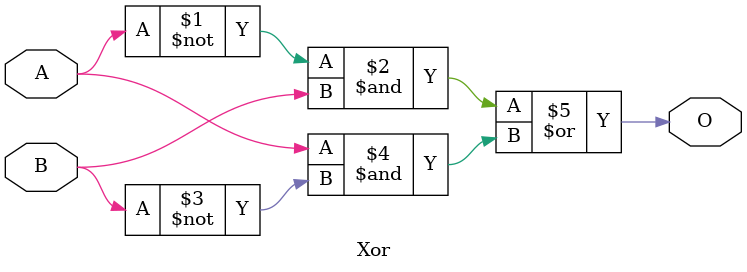
<source format=v>
module Xor(O,A,B);
output O;
input A, B;
assign O = (((~A) & B) | (A & (~B)));
endmodule


</source>
